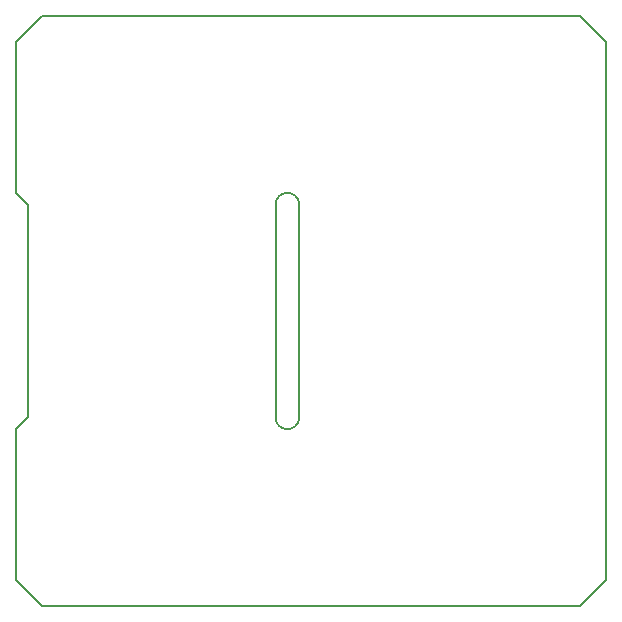
<source format=gbr>
G04 #@! TF.GenerationSoftware,KiCad,Pcbnew,5.1.2-f72e74a~84~ubuntu18.04.1*
G04 #@! TF.CreationDate,2019-07-12T15:11:00+09:00*
G04 #@! TF.ProjectId,bottom_pcb,626f7474-6f6d-45f7-9063-622e6b696361,rev?*
G04 #@! TF.SameCoordinates,Original*
G04 #@! TF.FileFunction,Profile,NP*
%FSLAX46Y46*%
G04 Gerber Fmt 4.6, Leading zero omitted, Abs format (unit mm)*
G04 Created by KiCad (PCBNEW 5.1.2-f72e74a~84~ubuntu18.04.1) date 2019-07-12 15:11:00*
%MOMM*%
%LPD*%
G04 APERTURE LIST*
%ADD10C,0.150000*%
%ADD11C,0.200000*%
G04 APERTURE END LIST*
D10*
X100000000Y-65000000D02*
X100000000Y-52200000D01*
X101000000Y-84000000D02*
X100000000Y-85000000D01*
X101000000Y-66000000D02*
X101000000Y-84000000D01*
X100000000Y-65000000D02*
X101000000Y-66000000D01*
D11*
X150000000Y-52200000D02*
X150000000Y-97800000D01*
D10*
X102200000Y-50000000D02*
X100000000Y-52200000D01*
X100000000Y-97800000D02*
X100000000Y-85000000D01*
X102200000Y-100000000D02*
X100000000Y-97800000D01*
X147800000Y-100000000D02*
X102200000Y-100000000D01*
X150000000Y-97800000D02*
X147800000Y-100000000D01*
X147800000Y-50000000D02*
X150000000Y-52200000D01*
X102200000Y-50000000D02*
X147800000Y-50000000D01*
X122000000Y-66000000D02*
X122000000Y-84000000D01*
X124000000Y-84000000D02*
X124000000Y-66000000D01*
X124000000Y-84000000D02*
G75*
G02X122000000Y-84000000I-1000000J0D01*
G01*
X122000000Y-66000000D02*
G75*
G02X124000000Y-66000000I1000000J0D01*
G01*
M02*

</source>
